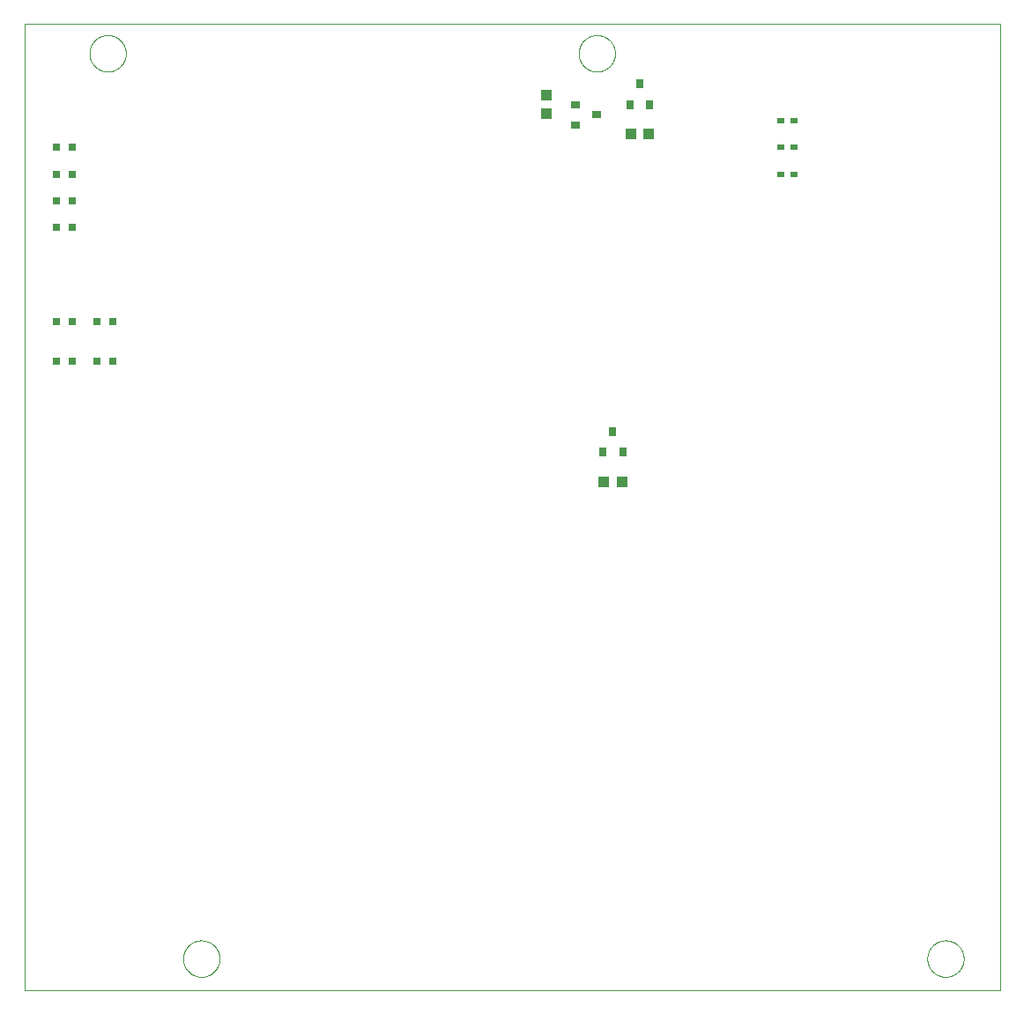
<source format=gtp>
G75*
%MOIN*%
%OFA0B0*%
%FSLAX25Y25*%
%IPPOS*%
%LPD*%
%AMOC8*
5,1,8,0,0,1.08239X$1,22.5*
%
%ADD10C,0.00000*%
%ADD11R,0.03150X0.03150*%
%ADD12R,0.03543X0.03150*%
%ADD13R,0.04331X0.03937*%
%ADD14R,0.03150X0.03543*%
%ADD15R,0.03937X0.04331*%
%ADD16R,0.02756X0.01969*%
D10*
X0001347Y0001000D02*
X0001347Y0366551D01*
X0370402Y0366551D01*
X0370402Y0001000D01*
X0001347Y0001000D01*
X0061386Y0012811D02*
X0061388Y0012980D01*
X0061394Y0013149D01*
X0061405Y0013318D01*
X0061419Y0013486D01*
X0061438Y0013654D01*
X0061461Y0013822D01*
X0061487Y0013989D01*
X0061518Y0014155D01*
X0061553Y0014321D01*
X0061592Y0014485D01*
X0061636Y0014649D01*
X0061683Y0014811D01*
X0061734Y0014972D01*
X0061789Y0015132D01*
X0061848Y0015291D01*
X0061910Y0015448D01*
X0061977Y0015603D01*
X0062048Y0015757D01*
X0062122Y0015909D01*
X0062200Y0016059D01*
X0062281Y0016207D01*
X0062366Y0016353D01*
X0062455Y0016497D01*
X0062547Y0016639D01*
X0062643Y0016778D01*
X0062742Y0016915D01*
X0062844Y0017050D01*
X0062950Y0017182D01*
X0063059Y0017311D01*
X0063171Y0017438D01*
X0063286Y0017562D01*
X0063404Y0017683D01*
X0063525Y0017801D01*
X0063649Y0017916D01*
X0063776Y0018028D01*
X0063905Y0018137D01*
X0064037Y0018243D01*
X0064172Y0018345D01*
X0064309Y0018444D01*
X0064448Y0018540D01*
X0064590Y0018632D01*
X0064734Y0018721D01*
X0064880Y0018806D01*
X0065028Y0018887D01*
X0065178Y0018965D01*
X0065330Y0019039D01*
X0065484Y0019110D01*
X0065639Y0019177D01*
X0065796Y0019239D01*
X0065955Y0019298D01*
X0066115Y0019353D01*
X0066276Y0019404D01*
X0066438Y0019451D01*
X0066602Y0019495D01*
X0066766Y0019534D01*
X0066932Y0019569D01*
X0067098Y0019600D01*
X0067265Y0019626D01*
X0067433Y0019649D01*
X0067601Y0019668D01*
X0067769Y0019682D01*
X0067938Y0019693D01*
X0068107Y0019699D01*
X0068276Y0019701D01*
X0068445Y0019699D01*
X0068614Y0019693D01*
X0068783Y0019682D01*
X0068951Y0019668D01*
X0069119Y0019649D01*
X0069287Y0019626D01*
X0069454Y0019600D01*
X0069620Y0019569D01*
X0069786Y0019534D01*
X0069950Y0019495D01*
X0070114Y0019451D01*
X0070276Y0019404D01*
X0070437Y0019353D01*
X0070597Y0019298D01*
X0070756Y0019239D01*
X0070913Y0019177D01*
X0071068Y0019110D01*
X0071222Y0019039D01*
X0071374Y0018965D01*
X0071524Y0018887D01*
X0071672Y0018806D01*
X0071818Y0018721D01*
X0071962Y0018632D01*
X0072104Y0018540D01*
X0072243Y0018444D01*
X0072380Y0018345D01*
X0072515Y0018243D01*
X0072647Y0018137D01*
X0072776Y0018028D01*
X0072903Y0017916D01*
X0073027Y0017801D01*
X0073148Y0017683D01*
X0073266Y0017562D01*
X0073381Y0017438D01*
X0073493Y0017311D01*
X0073602Y0017182D01*
X0073708Y0017050D01*
X0073810Y0016915D01*
X0073909Y0016778D01*
X0074005Y0016639D01*
X0074097Y0016497D01*
X0074186Y0016353D01*
X0074271Y0016207D01*
X0074352Y0016059D01*
X0074430Y0015909D01*
X0074504Y0015757D01*
X0074575Y0015603D01*
X0074642Y0015448D01*
X0074704Y0015291D01*
X0074763Y0015132D01*
X0074818Y0014972D01*
X0074869Y0014811D01*
X0074916Y0014649D01*
X0074960Y0014485D01*
X0074999Y0014321D01*
X0075034Y0014155D01*
X0075065Y0013989D01*
X0075091Y0013822D01*
X0075114Y0013654D01*
X0075133Y0013486D01*
X0075147Y0013318D01*
X0075158Y0013149D01*
X0075164Y0012980D01*
X0075166Y0012811D01*
X0075164Y0012642D01*
X0075158Y0012473D01*
X0075147Y0012304D01*
X0075133Y0012136D01*
X0075114Y0011968D01*
X0075091Y0011800D01*
X0075065Y0011633D01*
X0075034Y0011467D01*
X0074999Y0011301D01*
X0074960Y0011137D01*
X0074916Y0010973D01*
X0074869Y0010811D01*
X0074818Y0010650D01*
X0074763Y0010490D01*
X0074704Y0010331D01*
X0074642Y0010174D01*
X0074575Y0010019D01*
X0074504Y0009865D01*
X0074430Y0009713D01*
X0074352Y0009563D01*
X0074271Y0009415D01*
X0074186Y0009269D01*
X0074097Y0009125D01*
X0074005Y0008983D01*
X0073909Y0008844D01*
X0073810Y0008707D01*
X0073708Y0008572D01*
X0073602Y0008440D01*
X0073493Y0008311D01*
X0073381Y0008184D01*
X0073266Y0008060D01*
X0073148Y0007939D01*
X0073027Y0007821D01*
X0072903Y0007706D01*
X0072776Y0007594D01*
X0072647Y0007485D01*
X0072515Y0007379D01*
X0072380Y0007277D01*
X0072243Y0007178D01*
X0072104Y0007082D01*
X0071962Y0006990D01*
X0071818Y0006901D01*
X0071672Y0006816D01*
X0071524Y0006735D01*
X0071374Y0006657D01*
X0071222Y0006583D01*
X0071068Y0006512D01*
X0070913Y0006445D01*
X0070756Y0006383D01*
X0070597Y0006324D01*
X0070437Y0006269D01*
X0070276Y0006218D01*
X0070114Y0006171D01*
X0069950Y0006127D01*
X0069786Y0006088D01*
X0069620Y0006053D01*
X0069454Y0006022D01*
X0069287Y0005996D01*
X0069119Y0005973D01*
X0068951Y0005954D01*
X0068783Y0005940D01*
X0068614Y0005929D01*
X0068445Y0005923D01*
X0068276Y0005921D01*
X0068107Y0005923D01*
X0067938Y0005929D01*
X0067769Y0005940D01*
X0067601Y0005954D01*
X0067433Y0005973D01*
X0067265Y0005996D01*
X0067098Y0006022D01*
X0066932Y0006053D01*
X0066766Y0006088D01*
X0066602Y0006127D01*
X0066438Y0006171D01*
X0066276Y0006218D01*
X0066115Y0006269D01*
X0065955Y0006324D01*
X0065796Y0006383D01*
X0065639Y0006445D01*
X0065484Y0006512D01*
X0065330Y0006583D01*
X0065178Y0006657D01*
X0065028Y0006735D01*
X0064880Y0006816D01*
X0064734Y0006901D01*
X0064590Y0006990D01*
X0064448Y0007082D01*
X0064309Y0007178D01*
X0064172Y0007277D01*
X0064037Y0007379D01*
X0063905Y0007485D01*
X0063776Y0007594D01*
X0063649Y0007706D01*
X0063525Y0007821D01*
X0063404Y0007939D01*
X0063286Y0008060D01*
X0063171Y0008184D01*
X0063059Y0008311D01*
X0062950Y0008440D01*
X0062844Y0008572D01*
X0062742Y0008707D01*
X0062643Y0008844D01*
X0062547Y0008983D01*
X0062455Y0009125D01*
X0062366Y0009269D01*
X0062281Y0009415D01*
X0062200Y0009563D01*
X0062122Y0009713D01*
X0062048Y0009865D01*
X0061977Y0010019D01*
X0061910Y0010174D01*
X0061848Y0010331D01*
X0061789Y0010490D01*
X0061734Y0010650D01*
X0061683Y0010811D01*
X0061636Y0010973D01*
X0061592Y0011137D01*
X0061553Y0011301D01*
X0061518Y0011467D01*
X0061487Y0011633D01*
X0061461Y0011800D01*
X0061438Y0011968D01*
X0061419Y0012136D01*
X0061405Y0012304D01*
X0061394Y0012473D01*
X0061388Y0012642D01*
X0061386Y0012811D01*
X0342882Y0012811D02*
X0342884Y0012980D01*
X0342890Y0013149D01*
X0342901Y0013318D01*
X0342915Y0013486D01*
X0342934Y0013654D01*
X0342957Y0013822D01*
X0342983Y0013989D01*
X0343014Y0014155D01*
X0343049Y0014321D01*
X0343088Y0014485D01*
X0343132Y0014649D01*
X0343179Y0014811D01*
X0343230Y0014972D01*
X0343285Y0015132D01*
X0343344Y0015291D01*
X0343406Y0015448D01*
X0343473Y0015603D01*
X0343544Y0015757D01*
X0343618Y0015909D01*
X0343696Y0016059D01*
X0343777Y0016207D01*
X0343862Y0016353D01*
X0343951Y0016497D01*
X0344043Y0016639D01*
X0344139Y0016778D01*
X0344238Y0016915D01*
X0344340Y0017050D01*
X0344446Y0017182D01*
X0344555Y0017311D01*
X0344667Y0017438D01*
X0344782Y0017562D01*
X0344900Y0017683D01*
X0345021Y0017801D01*
X0345145Y0017916D01*
X0345272Y0018028D01*
X0345401Y0018137D01*
X0345533Y0018243D01*
X0345668Y0018345D01*
X0345805Y0018444D01*
X0345944Y0018540D01*
X0346086Y0018632D01*
X0346230Y0018721D01*
X0346376Y0018806D01*
X0346524Y0018887D01*
X0346674Y0018965D01*
X0346826Y0019039D01*
X0346980Y0019110D01*
X0347135Y0019177D01*
X0347292Y0019239D01*
X0347451Y0019298D01*
X0347611Y0019353D01*
X0347772Y0019404D01*
X0347934Y0019451D01*
X0348098Y0019495D01*
X0348262Y0019534D01*
X0348428Y0019569D01*
X0348594Y0019600D01*
X0348761Y0019626D01*
X0348929Y0019649D01*
X0349097Y0019668D01*
X0349265Y0019682D01*
X0349434Y0019693D01*
X0349603Y0019699D01*
X0349772Y0019701D01*
X0349941Y0019699D01*
X0350110Y0019693D01*
X0350279Y0019682D01*
X0350447Y0019668D01*
X0350615Y0019649D01*
X0350783Y0019626D01*
X0350950Y0019600D01*
X0351116Y0019569D01*
X0351282Y0019534D01*
X0351446Y0019495D01*
X0351610Y0019451D01*
X0351772Y0019404D01*
X0351933Y0019353D01*
X0352093Y0019298D01*
X0352252Y0019239D01*
X0352409Y0019177D01*
X0352564Y0019110D01*
X0352718Y0019039D01*
X0352870Y0018965D01*
X0353020Y0018887D01*
X0353168Y0018806D01*
X0353314Y0018721D01*
X0353458Y0018632D01*
X0353600Y0018540D01*
X0353739Y0018444D01*
X0353876Y0018345D01*
X0354011Y0018243D01*
X0354143Y0018137D01*
X0354272Y0018028D01*
X0354399Y0017916D01*
X0354523Y0017801D01*
X0354644Y0017683D01*
X0354762Y0017562D01*
X0354877Y0017438D01*
X0354989Y0017311D01*
X0355098Y0017182D01*
X0355204Y0017050D01*
X0355306Y0016915D01*
X0355405Y0016778D01*
X0355501Y0016639D01*
X0355593Y0016497D01*
X0355682Y0016353D01*
X0355767Y0016207D01*
X0355848Y0016059D01*
X0355926Y0015909D01*
X0356000Y0015757D01*
X0356071Y0015603D01*
X0356138Y0015448D01*
X0356200Y0015291D01*
X0356259Y0015132D01*
X0356314Y0014972D01*
X0356365Y0014811D01*
X0356412Y0014649D01*
X0356456Y0014485D01*
X0356495Y0014321D01*
X0356530Y0014155D01*
X0356561Y0013989D01*
X0356587Y0013822D01*
X0356610Y0013654D01*
X0356629Y0013486D01*
X0356643Y0013318D01*
X0356654Y0013149D01*
X0356660Y0012980D01*
X0356662Y0012811D01*
X0356660Y0012642D01*
X0356654Y0012473D01*
X0356643Y0012304D01*
X0356629Y0012136D01*
X0356610Y0011968D01*
X0356587Y0011800D01*
X0356561Y0011633D01*
X0356530Y0011467D01*
X0356495Y0011301D01*
X0356456Y0011137D01*
X0356412Y0010973D01*
X0356365Y0010811D01*
X0356314Y0010650D01*
X0356259Y0010490D01*
X0356200Y0010331D01*
X0356138Y0010174D01*
X0356071Y0010019D01*
X0356000Y0009865D01*
X0355926Y0009713D01*
X0355848Y0009563D01*
X0355767Y0009415D01*
X0355682Y0009269D01*
X0355593Y0009125D01*
X0355501Y0008983D01*
X0355405Y0008844D01*
X0355306Y0008707D01*
X0355204Y0008572D01*
X0355098Y0008440D01*
X0354989Y0008311D01*
X0354877Y0008184D01*
X0354762Y0008060D01*
X0354644Y0007939D01*
X0354523Y0007821D01*
X0354399Y0007706D01*
X0354272Y0007594D01*
X0354143Y0007485D01*
X0354011Y0007379D01*
X0353876Y0007277D01*
X0353739Y0007178D01*
X0353600Y0007082D01*
X0353458Y0006990D01*
X0353314Y0006901D01*
X0353168Y0006816D01*
X0353020Y0006735D01*
X0352870Y0006657D01*
X0352718Y0006583D01*
X0352564Y0006512D01*
X0352409Y0006445D01*
X0352252Y0006383D01*
X0352093Y0006324D01*
X0351933Y0006269D01*
X0351772Y0006218D01*
X0351610Y0006171D01*
X0351446Y0006127D01*
X0351282Y0006088D01*
X0351116Y0006053D01*
X0350950Y0006022D01*
X0350783Y0005996D01*
X0350615Y0005973D01*
X0350447Y0005954D01*
X0350279Y0005940D01*
X0350110Y0005929D01*
X0349941Y0005923D01*
X0349772Y0005921D01*
X0349603Y0005923D01*
X0349434Y0005929D01*
X0349265Y0005940D01*
X0349097Y0005954D01*
X0348929Y0005973D01*
X0348761Y0005996D01*
X0348594Y0006022D01*
X0348428Y0006053D01*
X0348262Y0006088D01*
X0348098Y0006127D01*
X0347934Y0006171D01*
X0347772Y0006218D01*
X0347611Y0006269D01*
X0347451Y0006324D01*
X0347292Y0006383D01*
X0347135Y0006445D01*
X0346980Y0006512D01*
X0346826Y0006583D01*
X0346674Y0006657D01*
X0346524Y0006735D01*
X0346376Y0006816D01*
X0346230Y0006901D01*
X0346086Y0006990D01*
X0345944Y0007082D01*
X0345805Y0007178D01*
X0345668Y0007277D01*
X0345533Y0007379D01*
X0345401Y0007485D01*
X0345272Y0007594D01*
X0345145Y0007706D01*
X0345021Y0007821D01*
X0344900Y0007939D01*
X0344782Y0008060D01*
X0344667Y0008184D01*
X0344555Y0008311D01*
X0344446Y0008440D01*
X0344340Y0008572D01*
X0344238Y0008707D01*
X0344139Y0008844D01*
X0344043Y0008983D01*
X0343951Y0009125D01*
X0343862Y0009269D01*
X0343777Y0009415D01*
X0343696Y0009563D01*
X0343618Y0009713D01*
X0343544Y0009865D01*
X0343473Y0010019D01*
X0343406Y0010174D01*
X0343344Y0010331D01*
X0343285Y0010490D01*
X0343230Y0010650D01*
X0343179Y0010811D01*
X0343132Y0010973D01*
X0343088Y0011137D01*
X0343049Y0011301D01*
X0343014Y0011467D01*
X0342983Y0011633D01*
X0342957Y0011800D01*
X0342934Y0011968D01*
X0342915Y0012136D01*
X0342901Y0012304D01*
X0342890Y0012473D01*
X0342884Y0012642D01*
X0342882Y0012811D01*
X0210993Y0355331D02*
X0210995Y0355500D01*
X0211001Y0355669D01*
X0211012Y0355838D01*
X0211026Y0356006D01*
X0211045Y0356174D01*
X0211068Y0356342D01*
X0211094Y0356509D01*
X0211125Y0356675D01*
X0211160Y0356841D01*
X0211199Y0357005D01*
X0211243Y0357169D01*
X0211290Y0357331D01*
X0211341Y0357492D01*
X0211396Y0357652D01*
X0211455Y0357811D01*
X0211517Y0357968D01*
X0211584Y0358123D01*
X0211655Y0358277D01*
X0211729Y0358429D01*
X0211807Y0358579D01*
X0211888Y0358727D01*
X0211973Y0358873D01*
X0212062Y0359017D01*
X0212154Y0359159D01*
X0212250Y0359298D01*
X0212349Y0359435D01*
X0212451Y0359570D01*
X0212557Y0359702D01*
X0212666Y0359831D01*
X0212778Y0359958D01*
X0212893Y0360082D01*
X0213011Y0360203D01*
X0213132Y0360321D01*
X0213256Y0360436D01*
X0213383Y0360548D01*
X0213512Y0360657D01*
X0213644Y0360763D01*
X0213779Y0360865D01*
X0213916Y0360964D01*
X0214055Y0361060D01*
X0214197Y0361152D01*
X0214341Y0361241D01*
X0214487Y0361326D01*
X0214635Y0361407D01*
X0214785Y0361485D01*
X0214937Y0361559D01*
X0215091Y0361630D01*
X0215246Y0361697D01*
X0215403Y0361759D01*
X0215562Y0361818D01*
X0215722Y0361873D01*
X0215883Y0361924D01*
X0216045Y0361971D01*
X0216209Y0362015D01*
X0216373Y0362054D01*
X0216539Y0362089D01*
X0216705Y0362120D01*
X0216872Y0362146D01*
X0217040Y0362169D01*
X0217208Y0362188D01*
X0217376Y0362202D01*
X0217545Y0362213D01*
X0217714Y0362219D01*
X0217883Y0362221D01*
X0218052Y0362219D01*
X0218221Y0362213D01*
X0218390Y0362202D01*
X0218558Y0362188D01*
X0218726Y0362169D01*
X0218894Y0362146D01*
X0219061Y0362120D01*
X0219227Y0362089D01*
X0219393Y0362054D01*
X0219557Y0362015D01*
X0219721Y0361971D01*
X0219883Y0361924D01*
X0220044Y0361873D01*
X0220204Y0361818D01*
X0220363Y0361759D01*
X0220520Y0361697D01*
X0220675Y0361630D01*
X0220829Y0361559D01*
X0220981Y0361485D01*
X0221131Y0361407D01*
X0221279Y0361326D01*
X0221425Y0361241D01*
X0221569Y0361152D01*
X0221711Y0361060D01*
X0221850Y0360964D01*
X0221987Y0360865D01*
X0222122Y0360763D01*
X0222254Y0360657D01*
X0222383Y0360548D01*
X0222510Y0360436D01*
X0222634Y0360321D01*
X0222755Y0360203D01*
X0222873Y0360082D01*
X0222988Y0359958D01*
X0223100Y0359831D01*
X0223209Y0359702D01*
X0223315Y0359570D01*
X0223417Y0359435D01*
X0223516Y0359298D01*
X0223612Y0359159D01*
X0223704Y0359017D01*
X0223793Y0358873D01*
X0223878Y0358727D01*
X0223959Y0358579D01*
X0224037Y0358429D01*
X0224111Y0358277D01*
X0224182Y0358123D01*
X0224249Y0357968D01*
X0224311Y0357811D01*
X0224370Y0357652D01*
X0224425Y0357492D01*
X0224476Y0357331D01*
X0224523Y0357169D01*
X0224567Y0357005D01*
X0224606Y0356841D01*
X0224641Y0356675D01*
X0224672Y0356509D01*
X0224698Y0356342D01*
X0224721Y0356174D01*
X0224740Y0356006D01*
X0224754Y0355838D01*
X0224765Y0355669D01*
X0224771Y0355500D01*
X0224773Y0355331D01*
X0224771Y0355162D01*
X0224765Y0354993D01*
X0224754Y0354824D01*
X0224740Y0354656D01*
X0224721Y0354488D01*
X0224698Y0354320D01*
X0224672Y0354153D01*
X0224641Y0353987D01*
X0224606Y0353821D01*
X0224567Y0353657D01*
X0224523Y0353493D01*
X0224476Y0353331D01*
X0224425Y0353170D01*
X0224370Y0353010D01*
X0224311Y0352851D01*
X0224249Y0352694D01*
X0224182Y0352539D01*
X0224111Y0352385D01*
X0224037Y0352233D01*
X0223959Y0352083D01*
X0223878Y0351935D01*
X0223793Y0351789D01*
X0223704Y0351645D01*
X0223612Y0351503D01*
X0223516Y0351364D01*
X0223417Y0351227D01*
X0223315Y0351092D01*
X0223209Y0350960D01*
X0223100Y0350831D01*
X0222988Y0350704D01*
X0222873Y0350580D01*
X0222755Y0350459D01*
X0222634Y0350341D01*
X0222510Y0350226D01*
X0222383Y0350114D01*
X0222254Y0350005D01*
X0222122Y0349899D01*
X0221987Y0349797D01*
X0221850Y0349698D01*
X0221711Y0349602D01*
X0221569Y0349510D01*
X0221425Y0349421D01*
X0221279Y0349336D01*
X0221131Y0349255D01*
X0220981Y0349177D01*
X0220829Y0349103D01*
X0220675Y0349032D01*
X0220520Y0348965D01*
X0220363Y0348903D01*
X0220204Y0348844D01*
X0220044Y0348789D01*
X0219883Y0348738D01*
X0219721Y0348691D01*
X0219557Y0348647D01*
X0219393Y0348608D01*
X0219227Y0348573D01*
X0219061Y0348542D01*
X0218894Y0348516D01*
X0218726Y0348493D01*
X0218558Y0348474D01*
X0218390Y0348460D01*
X0218221Y0348449D01*
X0218052Y0348443D01*
X0217883Y0348441D01*
X0217714Y0348443D01*
X0217545Y0348449D01*
X0217376Y0348460D01*
X0217208Y0348474D01*
X0217040Y0348493D01*
X0216872Y0348516D01*
X0216705Y0348542D01*
X0216539Y0348573D01*
X0216373Y0348608D01*
X0216209Y0348647D01*
X0216045Y0348691D01*
X0215883Y0348738D01*
X0215722Y0348789D01*
X0215562Y0348844D01*
X0215403Y0348903D01*
X0215246Y0348965D01*
X0215091Y0349032D01*
X0214937Y0349103D01*
X0214785Y0349177D01*
X0214635Y0349255D01*
X0214487Y0349336D01*
X0214341Y0349421D01*
X0214197Y0349510D01*
X0214055Y0349602D01*
X0213916Y0349698D01*
X0213779Y0349797D01*
X0213644Y0349899D01*
X0213512Y0350005D01*
X0213383Y0350114D01*
X0213256Y0350226D01*
X0213132Y0350341D01*
X0213011Y0350459D01*
X0212893Y0350580D01*
X0212778Y0350704D01*
X0212666Y0350831D01*
X0212557Y0350960D01*
X0212451Y0351092D01*
X0212349Y0351227D01*
X0212250Y0351364D01*
X0212154Y0351503D01*
X0212062Y0351645D01*
X0211973Y0351789D01*
X0211888Y0351935D01*
X0211807Y0352083D01*
X0211729Y0352233D01*
X0211655Y0352385D01*
X0211584Y0352539D01*
X0211517Y0352694D01*
X0211455Y0352851D01*
X0211396Y0353010D01*
X0211341Y0353170D01*
X0211290Y0353331D01*
X0211243Y0353493D01*
X0211199Y0353657D01*
X0211160Y0353821D01*
X0211125Y0353987D01*
X0211094Y0354153D01*
X0211068Y0354320D01*
X0211045Y0354488D01*
X0211026Y0354656D01*
X0211012Y0354824D01*
X0211001Y0354993D01*
X0210995Y0355162D01*
X0210993Y0355331D01*
X0025953Y0355331D02*
X0025955Y0355500D01*
X0025961Y0355669D01*
X0025972Y0355838D01*
X0025986Y0356006D01*
X0026005Y0356174D01*
X0026028Y0356342D01*
X0026054Y0356509D01*
X0026085Y0356675D01*
X0026120Y0356841D01*
X0026159Y0357005D01*
X0026203Y0357169D01*
X0026250Y0357331D01*
X0026301Y0357492D01*
X0026356Y0357652D01*
X0026415Y0357811D01*
X0026477Y0357968D01*
X0026544Y0358123D01*
X0026615Y0358277D01*
X0026689Y0358429D01*
X0026767Y0358579D01*
X0026848Y0358727D01*
X0026933Y0358873D01*
X0027022Y0359017D01*
X0027114Y0359159D01*
X0027210Y0359298D01*
X0027309Y0359435D01*
X0027411Y0359570D01*
X0027517Y0359702D01*
X0027626Y0359831D01*
X0027738Y0359958D01*
X0027853Y0360082D01*
X0027971Y0360203D01*
X0028092Y0360321D01*
X0028216Y0360436D01*
X0028343Y0360548D01*
X0028472Y0360657D01*
X0028604Y0360763D01*
X0028739Y0360865D01*
X0028876Y0360964D01*
X0029015Y0361060D01*
X0029157Y0361152D01*
X0029301Y0361241D01*
X0029447Y0361326D01*
X0029595Y0361407D01*
X0029745Y0361485D01*
X0029897Y0361559D01*
X0030051Y0361630D01*
X0030206Y0361697D01*
X0030363Y0361759D01*
X0030522Y0361818D01*
X0030682Y0361873D01*
X0030843Y0361924D01*
X0031005Y0361971D01*
X0031169Y0362015D01*
X0031333Y0362054D01*
X0031499Y0362089D01*
X0031665Y0362120D01*
X0031832Y0362146D01*
X0032000Y0362169D01*
X0032168Y0362188D01*
X0032336Y0362202D01*
X0032505Y0362213D01*
X0032674Y0362219D01*
X0032843Y0362221D01*
X0033012Y0362219D01*
X0033181Y0362213D01*
X0033350Y0362202D01*
X0033518Y0362188D01*
X0033686Y0362169D01*
X0033854Y0362146D01*
X0034021Y0362120D01*
X0034187Y0362089D01*
X0034353Y0362054D01*
X0034517Y0362015D01*
X0034681Y0361971D01*
X0034843Y0361924D01*
X0035004Y0361873D01*
X0035164Y0361818D01*
X0035323Y0361759D01*
X0035480Y0361697D01*
X0035635Y0361630D01*
X0035789Y0361559D01*
X0035941Y0361485D01*
X0036091Y0361407D01*
X0036239Y0361326D01*
X0036385Y0361241D01*
X0036529Y0361152D01*
X0036671Y0361060D01*
X0036810Y0360964D01*
X0036947Y0360865D01*
X0037082Y0360763D01*
X0037214Y0360657D01*
X0037343Y0360548D01*
X0037470Y0360436D01*
X0037594Y0360321D01*
X0037715Y0360203D01*
X0037833Y0360082D01*
X0037948Y0359958D01*
X0038060Y0359831D01*
X0038169Y0359702D01*
X0038275Y0359570D01*
X0038377Y0359435D01*
X0038476Y0359298D01*
X0038572Y0359159D01*
X0038664Y0359017D01*
X0038753Y0358873D01*
X0038838Y0358727D01*
X0038919Y0358579D01*
X0038997Y0358429D01*
X0039071Y0358277D01*
X0039142Y0358123D01*
X0039209Y0357968D01*
X0039271Y0357811D01*
X0039330Y0357652D01*
X0039385Y0357492D01*
X0039436Y0357331D01*
X0039483Y0357169D01*
X0039527Y0357005D01*
X0039566Y0356841D01*
X0039601Y0356675D01*
X0039632Y0356509D01*
X0039658Y0356342D01*
X0039681Y0356174D01*
X0039700Y0356006D01*
X0039714Y0355838D01*
X0039725Y0355669D01*
X0039731Y0355500D01*
X0039733Y0355331D01*
X0039731Y0355162D01*
X0039725Y0354993D01*
X0039714Y0354824D01*
X0039700Y0354656D01*
X0039681Y0354488D01*
X0039658Y0354320D01*
X0039632Y0354153D01*
X0039601Y0353987D01*
X0039566Y0353821D01*
X0039527Y0353657D01*
X0039483Y0353493D01*
X0039436Y0353331D01*
X0039385Y0353170D01*
X0039330Y0353010D01*
X0039271Y0352851D01*
X0039209Y0352694D01*
X0039142Y0352539D01*
X0039071Y0352385D01*
X0038997Y0352233D01*
X0038919Y0352083D01*
X0038838Y0351935D01*
X0038753Y0351789D01*
X0038664Y0351645D01*
X0038572Y0351503D01*
X0038476Y0351364D01*
X0038377Y0351227D01*
X0038275Y0351092D01*
X0038169Y0350960D01*
X0038060Y0350831D01*
X0037948Y0350704D01*
X0037833Y0350580D01*
X0037715Y0350459D01*
X0037594Y0350341D01*
X0037470Y0350226D01*
X0037343Y0350114D01*
X0037214Y0350005D01*
X0037082Y0349899D01*
X0036947Y0349797D01*
X0036810Y0349698D01*
X0036671Y0349602D01*
X0036529Y0349510D01*
X0036385Y0349421D01*
X0036239Y0349336D01*
X0036091Y0349255D01*
X0035941Y0349177D01*
X0035789Y0349103D01*
X0035635Y0349032D01*
X0035480Y0348965D01*
X0035323Y0348903D01*
X0035164Y0348844D01*
X0035004Y0348789D01*
X0034843Y0348738D01*
X0034681Y0348691D01*
X0034517Y0348647D01*
X0034353Y0348608D01*
X0034187Y0348573D01*
X0034021Y0348542D01*
X0033854Y0348516D01*
X0033686Y0348493D01*
X0033518Y0348474D01*
X0033350Y0348460D01*
X0033181Y0348449D01*
X0033012Y0348443D01*
X0032843Y0348441D01*
X0032674Y0348443D01*
X0032505Y0348449D01*
X0032336Y0348460D01*
X0032168Y0348474D01*
X0032000Y0348493D01*
X0031832Y0348516D01*
X0031665Y0348542D01*
X0031499Y0348573D01*
X0031333Y0348608D01*
X0031169Y0348647D01*
X0031005Y0348691D01*
X0030843Y0348738D01*
X0030682Y0348789D01*
X0030522Y0348844D01*
X0030363Y0348903D01*
X0030206Y0348965D01*
X0030051Y0349032D01*
X0029897Y0349103D01*
X0029745Y0349177D01*
X0029595Y0349255D01*
X0029447Y0349336D01*
X0029301Y0349421D01*
X0029157Y0349510D01*
X0029015Y0349602D01*
X0028876Y0349698D01*
X0028739Y0349797D01*
X0028604Y0349899D01*
X0028472Y0350005D01*
X0028343Y0350114D01*
X0028216Y0350226D01*
X0028092Y0350341D01*
X0027971Y0350459D01*
X0027853Y0350580D01*
X0027738Y0350704D01*
X0027626Y0350831D01*
X0027517Y0350960D01*
X0027411Y0351092D01*
X0027309Y0351227D01*
X0027210Y0351364D01*
X0027114Y0351503D01*
X0027022Y0351645D01*
X0026933Y0351789D01*
X0026848Y0351935D01*
X0026767Y0352083D01*
X0026689Y0352233D01*
X0026615Y0352385D01*
X0026544Y0352539D01*
X0026477Y0352694D01*
X0026415Y0352851D01*
X0026356Y0353010D01*
X0026301Y0353170D01*
X0026250Y0353331D01*
X0026203Y0353493D01*
X0026159Y0353657D01*
X0026120Y0353821D01*
X0026085Y0353987D01*
X0026054Y0354153D01*
X0026028Y0354320D01*
X0026005Y0354488D01*
X0025986Y0354656D01*
X0025972Y0354824D01*
X0025961Y0354993D01*
X0025955Y0355162D01*
X0025953Y0355331D01*
D11*
X0019477Y0319720D03*
X0013572Y0319720D03*
X0013572Y0309602D03*
X0019477Y0309602D03*
X0019477Y0299484D03*
X0013572Y0299484D03*
X0013572Y0289366D03*
X0019477Y0289366D03*
X0019477Y0253953D03*
X0013572Y0253953D03*
X0028749Y0253953D03*
X0034654Y0253953D03*
X0034654Y0238776D03*
X0028749Y0238776D03*
X0019477Y0238776D03*
X0013572Y0238776D03*
D12*
X0209890Y0328343D03*
X0209890Y0335823D03*
X0217764Y0332083D03*
D13*
X0198650Y0332673D03*
X0198650Y0339366D03*
D14*
X0230324Y0336020D03*
X0237804Y0336020D03*
X0234064Y0343894D03*
X0223946Y0212358D03*
X0227686Y0204484D03*
X0220205Y0204484D03*
D15*
X0220599Y0193244D03*
X0227292Y0193244D03*
X0230717Y0324780D03*
X0237410Y0324780D03*
D16*
X0287351Y0329839D03*
X0292469Y0329839D03*
X0292469Y0319720D03*
X0287351Y0319720D03*
X0287351Y0309602D03*
X0292469Y0309602D03*
M02*

</source>
